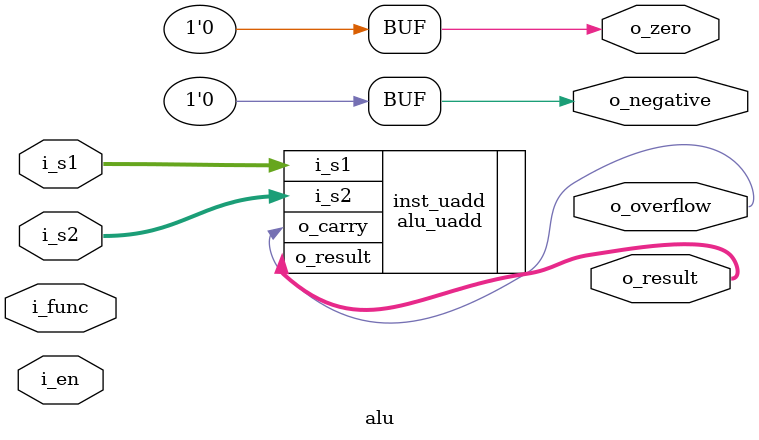
<source format=v>
/*
 * @file alu.v
 * @brief Arithmetic-logic unit
 */
`include "alu_uadd-CLA2.v"
`timescale 1us/1ns

module alu
	#(parameter SLOW = 1'b0)
	(
	input wire [7:0] i_s1,
	input wire [7:0] i_s2,
	input wire [0:0] i_en,
	input wire [2:0] i_func,
	output wire [7:0] o_result,
	output [0:0] o_zero = 1'b0,
	output [0:0] o_negative = 1'b0,
	output  wire [0:0] o_overflow
	);
	
	alu_uadd #(.SIZE(8)) inst_uadd (
		.i_s1(i_s1),
		.i_s2(i_s2),
		.o_result(o_result),
		.o_carry(o_overflow)
		);


endmodule // alu

</source>
